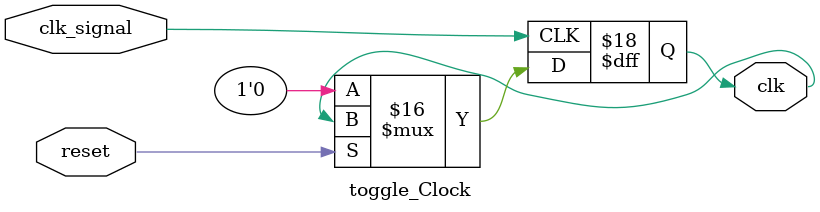
<source format=v>
`timescale 1ns / 1ps


module toggle_Clock (
    input wire clk_signal, // 50 MHz clock input
   input wire reset,        // Active high reset
    output reg clk         // Toggling output signal
);

    reg [4:0] counter;    // 26-bit counter to count up to 50M

    always @(posedge clk_signal) begin
    
        if (~reset) begin
            counter <= 0;
            clk <= 0;
        end else if (counter == 27'd75000000) begin
            counter <= 0;
            clk <= ~clk;
        end else begin
            counter <= counter + 1;
        end
    end

endmodule


</source>
